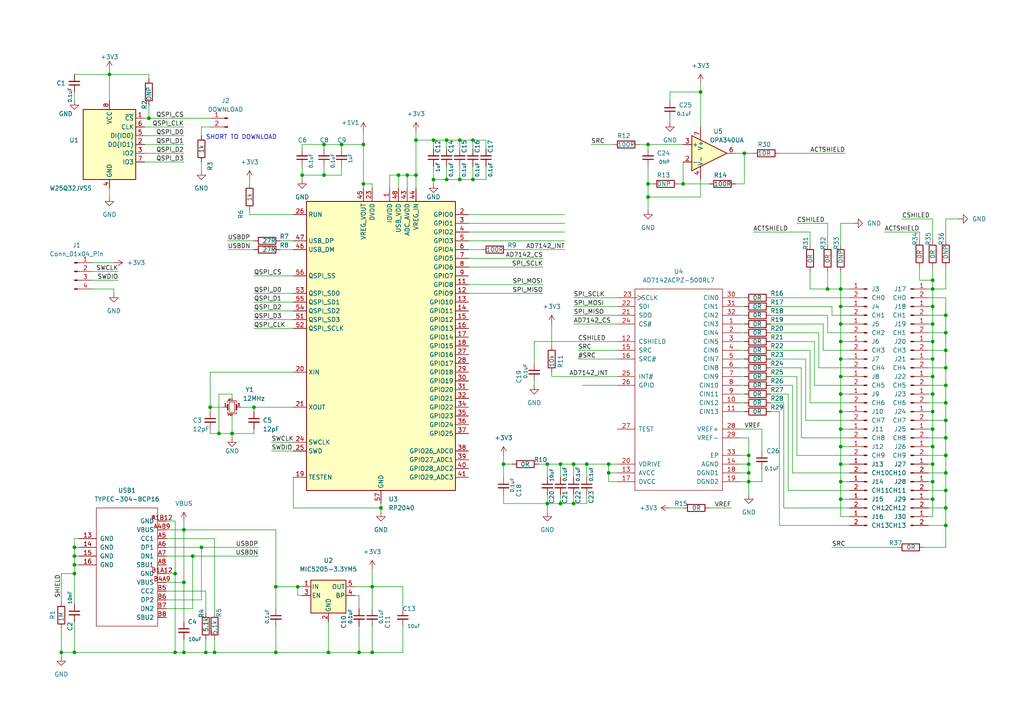
<source format=kicad_sch>
(kicad_sch (version 20230121) (generator eeschema)
  (paper "A4")
  (junction (at 274.32 127))
  (junction (at 270.51 124.46))
  (junction (at 31.75 21.59))
  (junction (at 87.63 50.8))
  (junction (at 243.84 129.54))
  (junction (at 274.32 106.68))
  (junction (at 270.51 81.28))
  (junction (at 217.17 139.7))
  (junction (at 21.59 161.29))
  (junction (at 125.73 52.07))
  (junction (at 270.51 93.98))
  (junction (at 270.51 129.54))
  (junction (at 137.16 52.07))
  (junction (at 120.65 50.8))
  (junction (at 270.51 134.62))
  (junction (at 162.56 146.05))
  (junction (at 176.53 134.62))
  (junction (at 17.78 189.23))
  (junction (at 137.16 40.64))
  (junction (at 80.01 189.23))
  (junction (at 53.34 153.67))
  (junction (at 105.41 53.34))
  (junction (at 243.84 124.46))
  (junction (at 274.32 96.52))
  (junction (at 217.17 132.08))
  (junction (at 170.18 134.62))
  (junction (at 270.51 114.3))
  (junction (at 243.84 88.9))
  (junction (at 243.84 99.06))
  (junction (at 274.32 147.32))
  (junction (at 187.96 53.34))
  (junction (at 53.34 168.91))
  (junction (at 93.98 41.91))
  (junction (at 240.03 83.82))
  (junction (at 43.18 34.29))
  (junction (at 21.59 163.83))
  (junction (at 133.35 52.07))
  (junction (at 215.9 44.45))
  (junction (at 60.96 118.11))
  (junction (at 99.06 41.91))
  (junction (at 50.8 189.23))
  (junction (at 115.57 50.8))
  (junction (at 187.96 57.15))
  (junction (at 198.12 53.34))
  (junction (at 86.36 170.18))
  (junction (at 110.49 147.32))
  (junction (at 274.32 152.4))
  (junction (at 217.17 137.16))
  (junction (at 63.5 125.73))
  (junction (at 50.8 166.37))
  (junction (at 107.95 170.18))
  (junction (at 158.75 146.05))
  (junction (at 243.84 83.82))
  (junction (at 270.51 88.9))
  (junction (at 270.51 119.38))
  (junction (at 274.32 142.24))
  (junction (at 243.84 119.38))
  (junction (at 217.17 134.62))
  (junction (at 243.84 139.7))
  (junction (at 243.84 109.22))
  (junction (at 129.54 40.64))
  (junction (at 105.41 41.91))
  (junction (at 146.05 134.62))
  (junction (at 270.51 83.82))
  (junction (at 133.35 40.64))
  (junction (at 55.88 161.29))
  (junction (at 176.53 137.16))
  (junction (at 274.32 101.6))
  (junction (at 59.69 189.23))
  (junction (at 21.59 158.75))
  (junction (at 21.59 189.23))
  (junction (at 187.96 41.91))
  (junction (at 270.51 109.22))
  (junction (at 73.66 118.11))
  (junction (at 270.51 144.78))
  (junction (at 107.95 189.23))
  (junction (at 243.84 144.78))
  (junction (at 243.84 134.62))
  (junction (at 129.54 52.07))
  (junction (at 274.32 91.44))
  (junction (at 67.31 125.73))
  (junction (at 95.25 189.23))
  (junction (at 203.2 26.67))
  (junction (at 243.84 114.3))
  (junction (at 274.32 121.92))
  (junction (at 243.84 104.14))
  (junction (at 162.56 134.62))
  (junction (at 270.51 99.06))
  (junction (at 125.73 40.64))
  (junction (at 53.34 189.23))
  (junction (at 158.75 134.62))
  (junction (at 120.65 40.64))
  (junction (at 243.84 93.98))
  (junction (at 274.32 116.84))
  (junction (at 274.32 137.16))
  (junction (at 270.51 104.14))
  (junction (at 118.11 50.8))
  (junction (at 21.59 166.37))
  (junction (at 166.37 146.05))
  (junction (at 62.23 189.23))
  (junction (at 166.37 134.62))
  (junction (at 274.32 111.76))
  (junction (at 80.01 170.18))
  (junction (at 58.42 158.75))
  (junction (at 274.32 132.08))
  (junction (at 270.51 139.7))
  (junction (at 93.98 50.8))
  (junction (at 104.14 189.23))
  (wire (pts (xy 223.52 93.98) (xy 238.76 93.98)))
  (wire (pts (xy 269.24 137.16) (xy 274.32 137.16)))
  (wire (pts (xy 59.69 171.45) (xy 59.69 177.8)))
  (wire (pts (xy 156.21 134.62) (xy 158.75 134.62)))
  (wire (pts (xy 223.52 116.84) (xy 227.33 116.84)))
  (wire (pts (xy 269.24 99.06) (xy 270.51 99.06)))
  (wire (pts (xy 168.91 111.76) (xy 179.07 111.76)))
  (wire (pts (xy 212.09 147.32) (xy 205.74 147.32)))
  (wire (pts (xy 66.04 69.85) (xy 73.66 69.85)))
  (wire (pts (xy 58.42 173.99) (xy 58.42 158.75)))
  (wire (pts (xy 240.03 78.74) (xy 240.03 83.82)))
  (wire (pts (xy 246.38 114.3) (xy 243.84 114.3)))
  (wire (pts (xy 78.74 128.27) (xy 85.09 128.27)))
  (wire (pts (xy 270.51 119.38) (xy 269.24 119.38)))
  (wire (pts (xy 167.64 104.14) (xy 179.07 104.14)))
  (wire (pts (xy 270.51 124.46) (xy 270.51 129.54)))
  (wire (pts (xy 73.66 118.11) (xy 69.85 118.11)))
  (wire (pts (xy 110.49 146.05) (xy 110.49 147.32)))
  (wire (pts (xy 104.14 176.53) (xy 104.14 172.72)))
  (wire (pts (xy 104.14 189.23) (xy 95.25 189.23)))
  (wire (pts (xy 269.24 104.14) (xy 270.51 104.14)))
  (wire (pts (xy 163.83 64.77) (xy 135.89 64.77)))
  (wire (pts (xy 87.63 50.8) (xy 93.98 50.8)))
  (wire (pts (xy 234.95 71.12) (xy 234.95 67.31)))
  (wire (pts (xy 137.16 40.64) (xy 133.35 40.64)))
  (wire (pts (xy 53.34 153.67) (xy 80.01 153.67)))
  (wire (pts (xy 243.84 88.9) (xy 243.84 83.82)))
  (wire (pts (xy 243.84 134.62) (xy 243.84 139.7)))
  (wire (pts (xy 269.24 147.32) (xy 274.32 147.32)))
  (wire (pts (xy 266.7 67.31) (xy 256.54 67.31)))
  (wire (pts (xy 102.87 170.18) (xy 107.95 170.18)))
  (wire (pts (xy 269.24 116.84) (xy 274.32 116.84)))
  (wire (pts (xy 62.23 185.42) (xy 62.23 189.23)))
  (wire (pts (xy 120.65 38.1) (xy 120.65 40.64)))
  (wire (pts (xy 266.7 69.85) (xy 266.7 67.31)))
  (wire (pts (xy 246.38 149.86) (xy 243.84 149.86)))
  (wire (pts (xy 63.5 125.73) (xy 67.31 125.73)))
  (wire (pts (xy 26.67 83.82) (xy 33.02 83.82)))
  (wire (pts (xy 99.06 50.8) (xy 93.98 50.8)))
  (wire (pts (xy 73.66 92.71) (xy 85.09 92.71)))
  (wire (pts (xy 129.54 52.07) (xy 125.73 52.07)))
  (wire (pts (xy 163.83 69.85) (xy 135.89 69.85)))
  (wire (pts (xy 53.34 41.91) (xy 41.91 41.91)))
  (wire (pts (xy 53.34 153.67) (xy 53.34 168.91)))
  (wire (pts (xy 162.56 146.05) (xy 158.75 146.05)))
  (wire (pts (xy 231.14 109.22) (xy 231.14 132.08)))
  (wire (pts (xy 17.78 182.245) (xy 17.78 189.23)))
  (wire (pts (xy 243.84 104.14) (xy 243.84 109.22)))
  (wire (pts (xy 228.6 142.24) (xy 246.38 142.24)))
  (wire (pts (xy 58.42 46.99) (xy 58.42 49.53)))
  (wire (pts (xy 59.69 185.42) (xy 59.69 189.23)))
  (wire (pts (xy 81.28 72.39) (xy 85.09 72.39)))
  (wire (pts (xy 198.12 53.34) (xy 205.74 53.34)))
  (wire (pts (xy 80.01 153.67) (xy 80.01 170.18)))
  (wire (pts (xy 270.51 149.86) (xy 269.24 149.86)))
  (wire (pts (xy 214.63 93.98) (xy 215.9 93.98)))
  (wire (pts (xy 223.52 86.36) (xy 246.38 86.36)))
  (wire (pts (xy 234.95 83.82) (xy 240.03 83.82)))
  (wire (pts (xy 50.8 189.23) (xy 53.34 189.23)))
  (wire (pts (xy 53.34 180.34) (xy 53.34 168.91)))
  (wire (pts (xy 17.78 166.37) (xy 21.59 166.37)))
  (wire (pts (xy 214.63 111.76) (xy 215.9 111.76)))
  (wire (pts (xy 166.37 88.9) (xy 179.07 88.9)))
  (wire (pts (xy 187.96 57.15) (xy 203.2 57.15)))
  (wire (pts (xy 53.34 44.45) (xy 41.91 44.45)))
  (wire (pts (xy 158.75 146.05) (xy 158.75 148.59)))
  (wire (pts (xy 158.75 134.62) (xy 162.56 134.62)))
  (wire (pts (xy 43.18 30.48) (xy 43.18 34.29)))
  (wire (pts (xy 274.32 83.82) (xy 270.51 83.82)))
  (wire (pts (xy 80.01 181.61) (xy 80.01 189.23)))
  (wire (pts (xy 21.59 26.67) (xy 21.59 29.21)))
  (wire (pts (xy 85.09 62.23) (xy 72.39 62.23)))
  (wire (pts (xy 163.83 72.39) (xy 147.32 72.39)))
  (wire (pts (xy 220.98 124.46) (xy 220.98 130.81)))
  (wire (pts (xy 246.38 99.06) (xy 243.84 99.06)))
  (wire (pts (xy 223.52 104.14) (xy 233.68 104.14)))
  (wire (pts (xy 129.54 48.26) (xy 129.54 52.07)))
  (wire (pts (xy 243.84 78.74) (xy 243.84 83.82)))
  (wire (pts (xy 270.51 88.9) (xy 270.51 83.82)))
  (wire (pts (xy 53.34 36.83) (xy 41.91 36.83)))
  (wire (pts (xy 105.41 38.1) (xy 105.41 41.91)))
  (wire (pts (xy 274.32 127) (xy 274.32 121.92)))
  (wire (pts (xy 55.88 161.29) (xy 55.88 176.53)))
  (wire (pts (xy 67.31 125.73) (xy 73.66 125.73)))
  (wire (pts (xy 203.2 52.07) (xy 203.2 57.15)))
  (wire (pts (xy 269.24 86.36) (xy 274.32 86.36)))
  (wire (pts (xy 270.51 134.62) (xy 270.51 139.7)))
  (wire (pts (xy 60.96 125.73) (xy 63.5 125.73)))
  (wire (pts (xy 270.51 99.06) (xy 270.51 93.98)))
  (wire (pts (xy 170.18 143.51) (xy 170.18 146.05)))
  (wire (pts (xy 243.84 71.12) (xy 243.84 64.77)))
  (wire (pts (xy 223.52 96.52) (xy 237.49 96.52)))
  (wire (pts (xy 270.51 144.78) (xy 269.24 144.78)))
  (wire (pts (xy 31.75 20.32) (xy 31.75 21.59)))
  (wire (pts (xy 232.41 106.68) (xy 232.41 127)))
  (wire (pts (xy 140.97 48.26) (xy 140.97 52.07)))
  (wire (pts (xy 269.24 121.92) (xy 274.32 121.92)))
  (wire (pts (xy 243.84 99.06) (xy 243.84 93.98)))
  (wire (pts (xy 241.3 91.44) (xy 246.38 91.44)))
  (wire (pts (xy 187.96 53.34) (xy 187.96 57.15)))
  (wire (pts (xy 125.73 52.07) (xy 125.73 53.34)))
  (wire (pts (xy 274.32 116.84) (xy 274.32 111.76)))
  (wire (pts (xy 270.51 129.54) (xy 270.51 134.62)))
  (wire (pts (xy 58.42 158.75) (xy 74.93 158.75)))
  (wire (pts (xy 232.41 127) (xy 246.38 127)))
  (wire (pts (xy 269.24 93.98) (xy 270.51 93.98)))
  (wire (pts (xy 246.38 93.98) (xy 243.84 93.98)))
  (wire (pts (xy 72.39 62.23) (xy 72.39 60.96)))
  (wire (pts (xy 107.95 53.34) (xy 105.41 53.34)))
  (wire (pts (xy 231.14 64.77) (xy 240.03 64.77)))
  (wire (pts (xy 22.86 158.75) (xy 21.59 158.75)))
  (wire (pts (xy 157.48 74.93) (xy 135.89 74.93)))
  (wire (pts (xy 26.67 81.28) (xy 34.29 81.28)))
  (wire (pts (xy 21.59 156.21) (xy 21.59 158.75)))
  (wire (pts (xy 162.56 134.62) (xy 162.56 138.43)))
  (wire (pts (xy 243.84 119.38) (xy 243.84 124.46)))
  (wire (pts (xy 194.31 29.21) (xy 194.31 26.67)))
  (wire (pts (xy 243.84 104.14) (xy 243.84 99.06)))
  (wire (pts (xy 99.06 48.26) (xy 99.06 50.8)))
  (wire (pts (xy 137.16 52.07) (xy 133.35 52.07)))
  (wire (pts (xy 116.84 181.61) (xy 116.84 189.23)))
  (wire (pts (xy 194.31 34.29) (xy 194.31 35.56)))
  (wire (pts (xy 66.04 72.39) (xy 73.66 72.39)))
  (wire (pts (xy 266.7 77.47) (xy 266.7 81.28)))
  (wire (pts (xy 80.01 170.18) (xy 86.36 170.18)))
  (wire (pts (xy 231.14 132.08) (xy 246.38 132.08)))
  (wire (pts (xy 227.33 116.84) (xy 227.33 147.32)))
  (wire (pts (xy 99.06 41.91) (xy 99.06 43.18)))
  (wire (pts (xy 270.51 77.47) (xy 270.51 81.28)))
  (wire (pts (xy 274.32 63.5) (xy 278.13 63.5)))
  (wire (pts (xy 120.65 50.8) (xy 120.65 54.61)))
  (wire (pts (xy 104.14 181.61) (xy 104.14 189.23)))
  (wire (pts (xy 274.32 142.24) (xy 274.32 137.16)))
  (wire (pts (xy 270.51 124.46) (xy 269.24 124.46)))
  (wire (pts (xy 73.66 124.46) (xy 73.66 125.73)))
  (wire (pts (xy 220.98 139.7) (xy 217.17 139.7)))
  (wire (pts (xy 269.24 142.24) (xy 274.32 142.24)))
  (wire (pts (xy 170.18 134.62) (xy 176.53 134.62)))
  (wire (pts (xy 241.3 88.9) (xy 241.3 91.44)))
  (wire (pts (xy 95.25 180.34) (xy 95.25 189.23)))
  (wire (pts (xy 133.35 48.26) (xy 133.35 52.07)))
  (wire (pts (xy 86.36 172.72) (xy 87.63 172.72)))
  (wire (pts (xy 22.86 156.21) (xy 21.59 156.21)))
  (wire (pts (xy 17.78 189.23) (xy 17.78 190.5)))
  (wire (pts (xy 113.03 54.61) (xy 113.03 50.8)))
  (wire (pts (xy 217.17 139.7) (xy 217.17 143.51)))
  (wire (pts (xy 243.84 134.62) (xy 243.84 129.54)))
  (wire (pts (xy 243.84 64.77) (xy 247.65 64.77)))
  (wire (pts (xy 162.56 143.51) (xy 162.56 146.05)))
  (wire (pts (xy 270.51 119.38) (xy 270.51 124.46)))
  (wire (pts (xy 237.49 96.52) (xy 237.49 106.68)))
  (wire (pts (xy 154.94 99.06) (xy 154.94 105.41)))
  (wire (pts (xy 214.63 101.6) (xy 215.9 101.6)))
  (wire (pts (xy 87.63 50.8) (xy 87.63 52.07)))
  (wire (pts (xy 194.31 26.67) (xy 203.2 26.67)))
  (wire (pts (xy 93.98 50.8) (xy 93.98 48.26)))
  (wire (pts (xy 125.73 40.64) (xy 125.73 43.18)))
  (wire (pts (xy 187.96 41.91) (xy 198.12 41.91)))
  (wire (pts (xy 171.45 41.91) (xy 177.8 41.91)))
  (wire (pts (xy 274.32 158.75) (xy 274.32 152.4)))
  (wire (pts (xy 107.95 170.18) (xy 116.84 170.18)))
  (wire (pts (xy 17.78 174.625) (xy 17.78 166.37)))
  (wire (pts (xy 107.95 54.61) (xy 107.95 53.34)))
  (wire (pts (xy 160.02 93.98) (xy 160.02 100.33)))
  (wire (pts (xy 226.06 152.4) (xy 246.38 152.4)))
  (wire (pts (xy 93.98 41.91) (xy 93.98 43.18)))
  (wire (pts (xy 63.5 114.3) (xy 63.5 125.73)))
  (wire (pts (xy 187.96 41.91) (xy 187.96 43.18)))
  (wire (pts (xy 269.24 96.52) (xy 274.32 96.52)))
  (wire (pts (xy 107.95 165.1) (xy 107.95 170.18)))
  (wire (pts (xy 158.75 146.05) (xy 158.75 143.51)))
  (wire (pts (xy 215.9 53.34) (xy 213.36 53.34)))
  (wire (pts (xy 217.17 132.08) (xy 217.17 134.62)))
  (wire (pts (xy 269.24 101.6) (xy 274.32 101.6)))
  (wire (pts (xy 53.34 39.37) (xy 41.91 39.37)))
  (wire (pts (xy 269.24 91.44) (xy 274.32 91.44)))
  (wire (pts (xy 43.18 34.29) (xy 60.96 34.29)))
  (wire (pts (xy 269.24 83.82) (xy 270.51 83.82)))
  (wire (pts (xy 87.63 41.91) (xy 93.98 41.91)))
  (wire (pts (xy 228.6 114.3) (xy 228.6 142.24)))
  (wire (pts (xy 240.03 64.77) (xy 240.03 71.12)))
  (wire (pts (xy 214.63 109.22) (xy 215.9 109.22)))
  (wire (pts (xy 146.05 134.62) (xy 146.05 132.08)))
  (wire (pts (xy 226.06 44.45) (xy 245.11 44.45)))
  (wire (pts (xy 270.51 139.7) (xy 270.51 144.78)))
  (wire (pts (xy 196.85 53.34) (xy 198.12 53.34)))
  (wire (pts (xy 187.96 53.34) (xy 189.23 53.34)))
  (wire (pts (xy 158.75 138.43) (xy 158.75 134.62)))
  (wire (pts (xy 274.32 101.6) (xy 274.32 96.52)))
  (wire (pts (xy 246.38 124.46) (xy 243.84 124.46)))
  (wire (pts (xy 240.03 91.44) (xy 240.03 96.52)))
  (wire (pts (xy 243.84 124.46) (xy 243.84 129.54)))
  (wire (pts (xy 229.87 111.76) (xy 229.87 137.16)))
  (wire (pts (xy 226.06 119.38) (xy 226.06 152.4)))
  (wire (pts (xy 187.96 57.15) (xy 187.96 60.96)))
  (wire (pts (xy 166.37 143.51) (xy 166.37 146.05)))
  (wire (pts (xy 67.31 114.3) (xy 67.31 115.57)))
  (wire (pts (xy 118.11 50.8) (xy 118.11 54.61)))
  (wire (pts (xy 214.63 124.46) (xy 220.98 124.46)))
  (wire (pts (xy 104.14 172.72) (xy 102.87 172.72)))
  (wire (pts (xy 160.02 107.95) (xy 160.02 109.22)))
  (wire (pts (xy 48.26 151.13) (xy 50.8 151.13)))
  (wire (pts (xy 246.38 119.38) (xy 243.84 119.38)))
  (wire (pts (xy 48.26 156.21) (xy 62.23 156.21)))
  (wire (pts (xy 223.52 119.38) (xy 226.06 119.38)))
  (wire (pts (xy 78.74 130.81) (xy 85.09 130.81)))
  (wire (pts (xy 62.23 189.23) (xy 80.01 189.23)))
  (wire (pts (xy 26.67 78.74) (xy 34.29 78.74)))
  (wire (pts (xy 48.26 153.67) (xy 53.34 153.67)))
  (wire (pts (xy 133.35 52.07) (xy 129.54 52.07)))
  (wire (pts (xy 116.84 189.23) (xy 107.95 189.23)))
  (wire (pts (xy 129.54 40.64) (xy 133.35 40.64)))
  (wire (pts (xy 33.02 83.82) (xy 33.02 85.09)))
  (wire (pts (xy 214.63 139.7) (xy 217.17 139.7)))
  (wire (pts (xy 269.24 132.08) (xy 274.32 132.08)))
  (wire (pts (xy 48.26 168.91) (xy 53.34 168.91)))
  (wire (pts (xy 220.98 135.89) (xy 220.98 139.7)))
  (wire (pts (xy 270.51 104.14) (xy 270.51 109.22)))
  (wire (pts (xy 115.57 50.8) (xy 115.57 54.61)))
  (wire (pts (xy 157.48 82.55) (xy 135.89 82.55)))
  (wire (pts (xy 215.9 44.45) (xy 215.9 53.34)))
  (wire (pts (xy 118.11 50.8) (xy 120.65 50.8)))
  (wire (pts (xy 166.37 86.36) (xy 179.07 86.36)))
  (wire (pts (xy 274.32 69.85) (xy 274.32 63.5)))
  (wire (pts (xy 238.76 93.98) (xy 238.76 101.6)))
  (wire (pts (xy 274.32 121.92) (xy 274.32 116.84)))
  (wire (pts (xy 246.38 88.9) (xy 243.84 88.9)))
  (wire (pts (xy 146.05 134.62) (xy 148.59 134.62)))
  (wire (pts (xy 73.66 80.01) (xy 85.09 80.01)))
  (wire (pts (xy 214.63 88.9) (xy 215.9 88.9)))
  (wire (pts (xy 261.62 63.5) (xy 270.51 63.5)))
  (wire (pts (xy 214.63 134.62) (xy 217.17 134.62)))
  (wire (pts (xy 246.38 104.14) (xy 243.84 104.14)))
  (wire (pts (xy 129.54 40.64) (xy 129.54 43.18)))
  (wire (pts (xy 269.24 111.76) (xy 274.32 111.76)))
  (wire (pts (xy 214.63 127) (xy 217.17 127)))
  (wire (pts (xy 140.97 52.07) (xy 137.16 52.07)))
  (wire (pts (xy 120.65 40.64) (xy 125.73 40.64)))
  (wire (pts (xy 214.63 99.06) (xy 215.9 99.06)))
  (wire (pts (xy 214.63 86.36) (xy 215.9 86.36)))
  (wire (pts (xy 48.26 171.45) (xy 59.69 171.45)))
  (wire (pts (xy 214.63 119.38) (xy 215.9 119.38)))
  (wire (pts (xy 140.97 40.64) (xy 137.16 40.64)))
  (wire (pts (xy 243.84 119.38) (xy 243.84 114.3)))
  (wire (pts (xy 234.95 116.84) (xy 246.38 116.84)))
  (wire (pts (xy 223.52 109.22) (xy 231.14 109.22)))
  (wire (pts (xy 166.37 134.62) (xy 166.37 138.43)))
  (wire (pts (xy 167.64 101.6) (xy 179.07 101.6)))
  (wire (pts (xy 270.51 134.62) (xy 269.24 134.62)))
  (wire (pts (xy 73.66 95.25) (xy 85.09 95.25)))
  (wire (pts (xy 227.33 147.32) (xy 246.38 147.32)))
  (wire (pts (xy 48.26 173.99) (xy 58.42 173.99)))
  (wire (pts (xy 116.84 170.18) (xy 116.84 176.53)))
  (wire (pts (xy 146.05 146.05) (xy 158.75 146.05)))
  (wire (pts (xy 21.59 166.37) (xy 21.59 175.26)))
  (wire (pts (xy 217.17 127) (xy 217.17 132.08)))
  (wire (pts (xy 107.95 181.61) (xy 107.95 189.23)))
  (wire (pts (xy 48.26 166.37) (xy 50.8 166.37)))
  (wire (pts (xy 157.48 85.09) (xy 135.89 85.09)))
  (wire (pts (xy 133.35 40.64) (xy 133.35 43.18)))
  (wire (pts (xy 176.53 139.7) (xy 176.53 137.16)))
  (wire (pts (xy 31.75 21.59) (xy 43.18 21.59)))
  (wire (pts (xy 214.63 91.44) (xy 215.9 91.44)))
  (wire (pts (xy 53.34 153.67) (xy 53.34 151.13)))
  (wire (pts (xy 236.22 111.76) (xy 246.38 111.76)))
  (wire (pts (xy 179.07 137.16) (xy 176.53 137.16)))
  (wire (pts (xy 269.24 152.4) (xy 274.32 152.4)))
  (wire (pts (xy 58.42 36.83) (xy 58.42 39.37)))
  (wire (pts (xy 237.49 106.68) (xy 246.38 106.68)))
  (wire (pts (xy 105.41 54.61) (xy 105.41 53.34)))
  (wire (pts (xy 270.51 129.54) (xy 269.24 129.54)))
  (wire (pts (xy 223.52 88.9) (xy 241.3 88.9)))
  (wire (pts (xy 270.51 81.28) (xy 270.51 83.82)))
  (wire (pts (xy 233.68 121.92) (xy 246.38 121.92)))
  (wire (pts (xy 137.16 40.64) (xy 137.16 43.18)))
  (wire (pts (xy 81.28 69.85) (xy 85.09 69.85)))
  (wire (pts (xy 86.36 170.18) (xy 87.63 170.18)))
  (wire (pts (xy 99.06 41.91) (xy 105.41 41.91)))
  (wire (pts (xy 214.63 96.52) (xy 215.9 96.52)))
  (wire (pts (xy 243.84 83.82) (xy 246.38 83.82)))
  (wire (pts (xy 240.03 96.52) (xy 246.38 96.52)))
  (wire (pts (xy 163.83 67.31) (xy 135.89 67.31)))
  (wire (pts (xy 187.96 48.26) (xy 187.96 53.34)))
  (wire (pts (xy 270.51 93.98) (xy 270.51 88.9)))
  (wire (pts (xy 266.7 81.28) (xy 270.51 81.28)))
  (wire (pts (xy 73.66 90.17) (xy 85.09 90.17)))
  (wire (pts (xy 243.84 88.9) (xy 243.84 93.98)))
  (wire (pts (xy 137.16 48.26) (xy 137.16 52.07)))
  (wire (pts (xy 203.2 24.13) (xy 203.2 26.67)))
  (wire (pts (xy 31.75 54.61) (xy 31.75 57.15)))
  (wire (pts (xy 229.87 137.16) (xy 246.38 137.16)))
  (wire (pts (xy 87.63 41.91) (xy 87.63 43.18)))
  (wire (pts (xy 73.66 85.09) (xy 85.09 85.09)))
  (wire (pts (xy 214.63 114.3) (xy 215.9 114.3)))
  (wire (pts (xy 53.34 189.23) (xy 59.69 189.23)))
  (wire (pts (xy 85.09 147.32) (xy 110.49 147.32)))
  (wire (pts (xy 21.59 158.75) (xy 21.59 161.29)))
  (wire (pts (xy 223.52 114.3) (xy 228.6 114.3)))
  (wire (pts (xy 218.44 67.31) (xy 234.95 67.31)))
  (wire (pts (xy 246.38 144.78) (xy 243.84 144.78)))
  (wire (pts (xy 270.51 114.3) (xy 270.51 119.38)))
  (wire (pts (xy 170.18 138.43) (xy 170.18 134.62)))
  (wire (pts (xy 270.51 139.7) (xy 269.24 139.7)))
  (wire (pts (xy 214.63 132.08) (xy 217.17 132.08)))
  (wire (pts (xy 26.67 76.2) (xy 33.02 76.2)))
  (wire (pts (xy 139.7 72.39) (xy 135.89 72.39)))
  (wire (pts (xy 223.52 111.76) (xy 229.87 111.76)))
  (wire (pts (xy 43.18 34.29) (xy 41.91 34.29)))
  (wire (pts (xy 93.98 41.91) (xy 99.06 41.91)))
  (wire (pts (xy 73.66 87.63) (xy 85.09 87.63)))
  (wire (pts (xy 214.63 104.14) (xy 215.9 104.14)))
  (wire (pts (xy 55.88 176.53) (xy 48.26 176.53)))
  (wire (pts (xy 166.37 134.62) (xy 170.18 134.62)))
  (wire (pts (xy 154.94 99.06) (xy 179.07 99.06)))
  (wire (pts (xy 86.36 170.18) (xy 86.36 172.72)))
  (wire (pts (xy 115.57 50.8) (xy 118.11 50.8)))
  (wire (pts (xy 274.32 77.47) (xy 274.32 83.82)))
  (wire (pts (xy 270.51 109.22) (xy 269.24 109.22)))
  (wire (pts (xy 154.94 110.49) (xy 154.94 111.76)))
  (wire (pts (xy 60.96 107.95) (xy 85.09 107.95)))
  (wire (pts (xy 80.01 189.23) (xy 95.25 189.23)))
  (wire (pts (xy 215.9 44.45) (xy 218.44 44.45)))
  (wire (pts (xy 50.8 151.13) (xy 50.8 166.37)))
  (wire (pts (xy 60.96 107.95) (xy 60.96 118.11)))
  (wire (pts (xy 270.51 144.78) (xy 270.51 149.86)))
  (wire (pts (xy 260.35 158.75) (xy 241.3 158.75)))
  (wire (pts (xy 223.52 99.06) (xy 236.22 99.06)))
  (wire (pts (xy 62.23 156.21) (xy 62.23 177.8)))
  (wire (pts (xy 60.96 118.11) (xy 60.96 119.38)))
  (wire (pts (xy 203.2 26.67) (xy 203.2 36.83)))
  (wire (pts (xy 274.32 106.68) (xy 274.32 101.6)))
  (wire (pts (xy 73.66 118.11) (xy 85.09 118.11)))
  (wire (pts (xy 274.32 152.4) (xy 274.32 147.32)))
  (wire (pts (xy 87.63 48.26) (xy 87.63 50.8)))
  (wire (pts (xy 72.39 52.07) (xy 72.39 53.34)))
  (wire (pts (xy 270.51 109.22) (xy 270.51 114.3)))
  (wire (pts (xy 21.59 163.83) (xy 22.86 163.83)))
  (wire (pts (xy 113.03 50.8) (xy 115.57 50.8)))
  (wire (pts (xy 274.32 91.44) (xy 274.32 86.36)))
  (wire (pts (xy 105.41 53.34) (xy 105.41 41.91)))
  (wire (pts (xy 274.32 158.75) (xy 267.97 158.75)))
  (wire (pts (xy 214.63 116.84) (xy 215.9 116.84)))
  (wire (pts (xy 67.31 120.65) (xy 67.31 125.73)))
  (wire (pts (xy 223.52 101.6) (xy 234.95 101.6)))
  (wire (pts (xy 21.59 21.59) (xy 31.75 21.59)))
  (wire (pts (xy 194.31 147.32) (xy 198.12 147.32)))
  (wire (pts (xy 166.37 146.05) (xy 162.56 146.05)))
  (wire (pts (xy 146.05 143.51) (xy 146.05 146.05)))
  (wire (pts (xy 48.26 161.29) (xy 55.88 161.29)))
  (wire (pts (xy 85.09 138.43) (xy 85.09 147.32)))
  (wire (pts (xy 62.23 189.23) (xy 59.69 189.23)))
  (wire (pts (xy 107.95 189.23) (xy 104.14 189.23)))
  (wire (pts (xy 176.53 134.62) (xy 179.07 134.62)))
  (wire (pts (xy 243.84 114.3) (xy 243.84 109.22)))
  (wire (pts (xy 240.03 83.82) (xy 243.84 83.82)))
  (wire (pts (xy 129.54 40.64) (xy 125.73 40.64)))
  (wire (pts (xy 50.8 166.37) (xy 50.8 189.23)))
  (wire (pts (xy 233.68 104.14) (xy 233.68 121.92)))
  (wire (pts (xy 246.38 109.22) (xy 243.84 109.22)))
  (wire (pts (xy 63.5 114.3) (xy 67.31 114.3)))
  (wire (pts (xy 269.24 88.9) (xy 270.51 88.9)))
  (wire (pts (xy 223.52 91.44) (xy 240.03 91.44)))
  (wire (pts (xy 48.26 158.75) (xy 58.42 158.75)))
  (wire (pts (xy 270.51 63.5) (xy 270.51 69.85)))
  (wire (pts (xy 166.37 93.98) (xy 179.07 93.98)))
  (wire (pts (xy 21.59 180.34) (xy 21.59 189.23)))
  (wire (pts (xy 234.95 101.6) (xy 234.95 116.84)))
  (wire (pts (xy 110.49 147.32) (xy 110.49 148.59)))
  (wire (pts (xy 246.38 139.7) (xy 243.84 139.7)))
  (wire (pts (xy 73.66 119.38) (xy 73.66 118.11)))
  (wire (pts (xy 176.53 134.62) (xy 176.53 137.16)))
  (wire (pts (xy 60.96 36.83) (xy 58.42 36.83)))
  (wire (pts (xy 125.73 48.26) (xy 125.73 52.07)))
  (wire (pts (xy 243.84 144.78) (xy 243.84 149.86)))
  (wire (pts (xy 236.22 99.06) (xy 236.22 111.76)))
  (wire (pts (xy 53.34 185.42) (xy 53.34 189.23)))
  (wire (pts (xy 31.75 21.59) (xy 31.75 29.21)))
  (wire (pts (xy 53.34 46.99) (xy 41.91 46.99)))
  (wire (pts (xy 238.76 101.6) (xy 246.38 101.6)))
  (wire (pts (xy 162.56 134.62) (xy 166.37 134.62)))
  (wire (pts (xy 274.32 137.16) (xy 274.32 132.08)))
  (wire (pts (xy 64.77 118.11) (xy 60.96 118.11)))
  (wire (pts (xy 107.95 176.53) (xy 107.95 170.18)))
  (wire (pts (xy 274.32 147.32) (xy 274.32 142.24)))
  (wire (pts (xy 55.88 161.29) (xy 74.93 161.29)))
  (wire (pts (xy 179.07 139.7) (xy 176.53 139.7)))
  (wire (pts (xy 269.24 106.68) (xy 274.32 106.68)))
  (wire (pts (xy 270.51 114.3) (xy 269.24 114.3)))
  (wire (pts (xy 223.52 106.68) (xy 232.41 106.68)))
  (wire (pts (xy 269.24 127) (xy 274.32 127)))
  (wire (pts (xy 246.38 134.62) (xy 243.84 134.62)))
  (wire (pts (xy 160.02 109.22) (xy 179.07 109.22)))
  (wire (pts (xy 21.59 161.29) (xy 21.59 163.83)))
  (wire (pts (xy 21.59 189.23) (xy 50.8 189.23)))
  (wire (pts (xy 22.86 161.29) (xy 21.59 161.29)))
  (wire (pts (xy 243.84 139.7) (xy 243.84 144.78)))
  (wire (pts (xy 17.78 189.23) (xy 21.59 189.23)))
  (wire (pts (xy 157.48 77.47) (xy 135.89 77.47)))
  (wire (pts (xy 21.59 166.37) (xy 21.59 163.83)))
  (wire (pts (xy 217.17 134.62) (xy 217.17 137.16)))
  (wire (pts (xy 170.18 146.05) (xy 166.37 146.05)))
  (wire (pts (xy 120.65 40.64) (xy 120.65 50.8)))
  (wire (pts (xy 185.42 41.91) (xy 187.96 41.91)))
  (wire (pts (xy 274.32 111.76) (xy 274.32 106.68)))
  (wire (pts (xy 43.18 21.59) (xy 43.18 22.86)))
  (wire (pts (xy 80.01 170.18) (xy 80.01 176.53)))
  (wire (pts (xy 67.31 125.73) (xy 67.31 127)))
  (wire (pts (xy 217.17 137.16) (xy 217.17 139.7)))
  (wire (pts (xy 166.37 91.44) (xy 179.07 91.44)))
  (wire (pts (xy 146.05 134.62) (xy 146.05 138.43)))
  (wire (pts (xy 214.63 137.16) (xy 217.17 137.16)))
  (wire (pts (xy 163.83 62.23) (xy 135.89 62.23)))
  (wire (pts (xy 213.36 44.45) (xy 215.9 44.45)))
  (wire (pts (xy 198.12 46.99) (xy 198.12 53.34)))
  (wire (pts (xy 274.32 132.08) (xy 274.32 127)))
  (wire (pts (xy 60.96 125.73) (xy 60.96 124.46)))
  (wire (pts (xy 274.32 96.52) (xy 274.32 91.44)))
  (wire (pts (xy 234.95 78.74) (xy 234.95 83.82)))
  (wire (pts (xy 270.51 99.06) (xy 270.51 104.14)))
  (wire (pts (xy 140.97 40.64) (xy 140.97 43.18)))
  (wire (pts (xy 246.38 129.54) (xy 243.84 129.54)))
  (wire (pts (xy 214.63 106.68) (xy 215.9 106.68)))
  (text "SHORT TO DOWNLOAD" (at 59.69 40.64 0) (effects (font (size 1.27 1.27)) (justify left bottom)))
  (label "USBDP" (at 74.93 158.75 180))
  (label "USBDN" (at 66.04 72.39 0))
  (label "QSPI_D2" (at 53.34 44.45 180))
  (label "SPI_MOSI" (at 166.37 88.9 0))
  (label "CSHILED" (at 231.14 64.77 0))
  (label "AD7142_CS" (at 166.37 93.98 0))
  (label "QSPI_D0" (at 53.34 39.37 180))
  (label "SWDIO" (at 78.74 130.81 0))
  (label "AD7142_CS" (at 157.48 74.93 180))
  (label "VREF" (at 215.9 124.46 0))
  (label "ACTSHIELD" (at 245.11 44.45 180))
  (label "CSHILED" (at 167.64 99.06 0))
  (label "#SRC" (at 167.64 104.14 0))
  (label "SHIELD" (at 17.78 173.355 90))
  (label "QSPI_D2" (at 73.66 90.17 0))
  (label "ACTSHIELD" (at 256.54 67.31 0))
  (label "ACTSHIELD" (at 218.44 67.31 0))
  (label "QSPI_D1" (at 73.66 87.63 0))
  (label "SPI_SCLK" (at 166.37 86.36 0))
  (label "VREF" (at 212.09 147.32 180))
  (label "QSPI_CS" (at 53.34 34.29 180))
  (label "SPI_MOSI" (at 157.48 82.55 180))
  (label "SRC" (at 167.64 101.6 0))
  (label "USBDN" (at 74.93 161.29 180))
  (label "QSPI_CLK" (at 53.34 36.83 180))
  (label "SPI_MISO" (at 157.48 85.09 180))
  (label "SWCLK" (at 34.29 78.74 180))
  (label "QSPI_D0" (at 73.66 85.09 0))
  (label "SPI_MISO" (at 166.37 91.44 0))
  (label "SWDIO" (at 34.29 81.28 180))
  (label "SRC" (at 241.3 158.75 0))
  (label "SRC" (at 171.45 41.91 0))
  (label "AD7142_INT" (at 165.1 109.22 0))
  (label "QSPI_D3" (at 73.66 92.71 0))
  (label "CSHILED" (at 261.62 63.5 0))
  (label "SPI_SCLK" (at 157.48 77.47 180))
  (label "AD7142_INT" (at 163.83 72.39 180))
  (label "USBDP" (at 66.04 69.85 0))
  (label "QSPI_D1" (at 53.34 41.91 180))
  (label "QSPI_D3" (at 53.34 46.99 180))
  (label "SWCLK" (at 78.74 128.27 0))
  (label "QSPI_CS" (at 73.66 80.01 0))
  (label "QSPI_CLK" (at 73.66 95.25 0))
  (symbol (lib_name "GND_4") (lib_id "power:GND") (at 21.59 29.21 0) (unit 1)
    (property "Reference" "#PWR01" (effects hide))
    (property "Value" "GND" (at 19.05 33.02 0))
  )
  (symbol (lib_name "+3V3_4") (lib_id "power:+3V3") (at 203.2 24.13 0) (unit 1)
    (property "Reference" "#PWR023" (effects hide))
    (property "Value" "+3V3" (at 203.2 19.05 0))
  )
  (symbol (lib_id "-Passive:C") (at 93.98 45.72 180) (unit 1)
    (property "Reference" "C8" (at 92.71 40.64 0) (effects (justify right)))
    (property "Value" "0.1uF" (at 96.52 44.45 90) (effects (font (size 1.016 1.016)) (justify left)))
    (property "Footprint" "Capacitor_SMD:C_0402_1005Metric_Pad0.74x0.62mm_HandSolder" (effects hide))
  )
  (symbol (lib_id "Connector:Conn_01x02_Pin") (at 251.46 109.22 0) (mirror y) (unit 1)
    (property "Reference" "J8" (at 252.73 109.22 0) (effects (justify right)))
    (property "Value" "CH5" (at 252.73 111.76 0) (effects (justify right)))
    (property "Footprint" "Connector_PinHeader_2.00mm:PinHeader_1x02_P2.00mm_Vertical" (effects hide))
  )
  (symbol (lib_id "Connector:Conn_01x02_Pin") (at 251.46 124.46 0) (mirror y) (unit 1)
    (property "Reference" "J11" (at 252.73 124.46 0) (effects (justify right)))
    (property "Value" "CH8" (at 252.73 127 0) (effects (justify right)))
    (property "Footprint" "Connector_PinHeader_2.00mm:PinHeader_1x02_P2.00mm_Vertical" (effects hide))
  )
  (symbol (lib_id "Device:R") (at 77.47 69.85 90) (unit 1)
    (property "Reference" "R7" (at 83.82 68.58 90) (effects (justify left)))
    (property "Value" "27R" (at 80.01 69.85 90) (effects (justify left)))
    (property "Footprint" "Resistor_SMD:R_0402_1005Metric_Pad0.72x0.64mm_HandSolder" (effects hide))
  )
  (symbol (lib_id "-Passive:C") (at 104.14 179.07 0) (unit 1)
    (property "Reference" "C10" (at 99.695 178.435 90) (effects (justify right)))
    (property "Value" "0.1uF" (at 101.6 180.975 90) (effects (font (size 1.016 1.016)) (justify left)))
    (property "Footprint" "Capacitor_SMD:C_0402_1005Metric_Pad0.74x0.62mm_HandSolder" (effects hide))
  )
  (symbol (lib_id "Device:R") (at 222.25 44.45 270) (unit 1)
    (property "Reference" "R30" (at 219.71 41.91 90) (effects (justify left)))
    (property "Value" "10R" (at 219.71 44.45 90) (effects (justify left)))
    (property "Footprint" "Resistor_SMD:R_0402_1005Metric_Pad0.72x0.64mm_HandSolder" (effects hide))
  )
  (symbol (lib_id "Connector:Conn_01x02_Pin") (at 264.16 134.62 0) (unit 1)
    (property "Reference" "J27" (at 262.89 134.62 0) (effects (justify right)))
    (property "Value" "CH10" (at 262.89 137.16 0) (effects (justify right)))
    (property "Footprint" "Connector_PinHeader_2.00mm:PinHeader_1x02_P2.00mm_Vertical" (effects hide))
  )
  (symbol (lib_id "Connector:Conn_01x02_Pin") (at 251.46 134.62 0) (mirror y) (unit 1)
    (property "Reference" "J13" (at 252.73 134.62 0) (effects (justify right)))
    (property "Value" "CH10" (at 252.73 137.16 0) (effects (justify right)))
    (property "Footprint" "Connector_PinHeader_2.00mm:PinHeader_1x02_P2.00mm_Vertical" (effects hide))
  )
  (symbol (lib_id "Device:R") (at 17.78 178.435 0) (unit 1)
    (property "Reference" "R1" (at 15.24 179.705 90) (effects (justify left)))
    (property "Value" "1M" (at 17.78 180.34 90) (effects (justify left)))
    (property "Footprint" "Resistor_SMD:R_0402_1005Metric_Pad0.72x0.64mm_HandSolder" (effects hide))
  )
  (symbol (lib_name "GND_11") (lib_id "power:GND") (at 154.94 111.76 0) (unit 1)
    (property "Reference" "#PWR018" (effects hide))
    (property "Value" "GND" (at 154.94 116.84 0))
  )
  (symbol (lib_id "Device:R") (at 201.93 147.32 270) (mirror x) (unit 1)
    (property "Reference" "R15" (at 195.58 146.05 90) (effects (justify left)))
    (property "Value" "0R" (at 200.66 147.32 90) (effects (justify left)))
    (property "Footprint" "Resistor_SMD:R_0402_1005Metric_Pad0.72x0.64mm_HandSolder" (effects hide))
  )
  (symbol (lib_id "MCU_RaspberryPi:RP2040") (at 110.49 100.33 0) (unit 1)
    (property "Reference" "U3" (at 112.6841 144.78 0) (effects (justify left)))
    (property "Value" "RP2040" (at 112.6841 147.32 0) (effects (justify left)))
    (property "Footprint" "Package_DFN_QFN:QFN-56-1EP_7x7mm_P0.4mm_EP3.2x3.2mm" (effects hide))
    (property "Datasheet" "https://datasheets.raspberrypi.com/rp2040/rp2040-datasheet.pdf" (effects hide))
  )
  (symbol (lib_id "-Passive:C") (at 21.59 177.8 0) (unit 1)
    (property "Reference" "C2" (at 20.32 180.34 90) (effects (justify right)))
    (property "Value" "10nF" (at 20.32 175.26 90) (effects (font (size 1.016 1.016)) (justify left)))
    (property "Footprint" "Capacitor_SMD:C_0402_1005Metric_Pad0.74x0.62mm_HandSolder" (effects hide))
  )
  (symbol (lib_id "Device:R") (at 143.51 72.39 90) (unit 1)
    (property "Reference" "R9" (at 149.86 71.12 90) (effects (justify left)))
    (property "Value" "100R" (at 146.05 72.39 90) (effects (justify left)))
    (property "Footprint" "Resistor_SMD:R_0402_1005Metric_Pad0.72x0.64mm_HandSolder" (effects hide))
  )
  (symbol (lib_name "+3V3_1") (lib_id "power:+3V3") (at 194.31 147.32 90) (mirror x) (unit 1)
    (property "Reference" "#PWR024" (effects hide))
    (property "Value" "+3V3" (at 185.42 147.32 90) (effects (justify right)))
  )
  (symbol (lib_name "GND_12") (lib_id "power:GND") (at 187.96 60.96 0) (unit 1)
    (property "Reference" "#PWR021" (effects hide))
    (property "Value" "GND" (at 187.96 66.04 0))
  )
  (symbol (lib_id "Connector:Conn_01x02_Pin") (at 251.46 149.86 0) (mirror y) (unit 1)
    (property "Reference" "J16" (at 252.73 149.86 0) (effects (justify right)))
    (property "Value" "CH13" (at 252.73 152.4 0) (effects (justify right)))
    (property "Footprint" "Connector_PinHeader_2.00mm:PinHeader_1x02_P2.00mm_Vertical" (effects hide))
  )
  (symbol (lib_id "-Passive:C") (at 162.56 140.97 0) (mirror y) (unit 1)
    (property "Reference" "C21" (at 163.83 142.24 90) (effects (justify right)))
    (property "Value" "0.1uF" (at 163.83 139.7 90) (effects (font (size 1.016 1.016)) (justify left)))
    (property "Footprint" "Capacitor_SMD:C_0402_1005Metric_Pad0.74x0.62mm_HandSolder" (effects hide))
  )
  (symbol (lib_id "Connector:Conn_01x02_Pin") (at 264.16 93.98 0) (unit 1)
    (property "Reference" "J19" (at 262.89 93.98 0) (effects (justify right)))
    (property "Value" "CH1" (at 262.89 96.52 0) (effects (justify right)))
    (property "Footprint" "Connector_PinHeader_2.00mm:PinHeader_1x02_P2.00mm_Vertical" (effects hide))
  )
  (symbol (lib_name "+3V3_5") (lib_id "power:+3V3") (at 120.65 38.1 0) (unit 1)
    (property "Reference" "#PWR015" (effects hide))
    (property "Value" "+3V3" (at 120.65 33.02 0))
  )
  (symbol (lib_id "Device:R") (at 264.16 158.75 270) (mirror x) (unit 1)
    (property "Reference" "R37" (at 257.81 157.48 90) (effects (justify left)))
    (property "Value" "0R" (at 262.89 158.75 90) (effects (justify left)))
    (property "Footprint" "Resistor_SMD:R_0402_1005Metric_Pad0.72x0.64mm_HandSolder" (effects hide))
  )
  (symbol (lib_id "Device:R") (at 58.42 43.18 0) (unit 1)
    (property "Reference" "R3" (at 60.96 49.53 90) (effects (justify left)))
    (property "Value" "1k" (at 58.42 44.45 90) (effects (justify left)))
    (property "Footprint" "Resistor_SMD:R_0402_1005Metric_Pad0.72x0.64mm_HandSolder" (effects hide))
  )
  (symbol (lib_id "Device:R") (at 274.32 73.66 180) (unit 1)
    (property "Reference" "R36" (at 273.05 67.31 90) (effects (justify left)))
    (property "Value" "DNP" (at 274.32 71.12 90) (effects (justify left)))
    (property "Footprint" "Resistor_SMD:R_0402_1005Metric_Pad0.72x0.64mm_HandSolder" (effects hide))
  )
  (symbol (lib_id "Connector:Conn_01x02_Pin") (at 264.16 124.46 0) (unit 1)
    (property "Reference" "J25" (at 262.89 124.46 0) (effects (justify right)))
    (property "Value" "CH8" (at 262.89 127 0) (effects (justify right)))
    (property "Footprint" "Connector_PinHeader_2.00mm:PinHeader_1x02_P2.00mm_Vertical" (effects hide))
  )
  (symbol (lib_name "+3V3_6") (lib_id "power:+3V3") (at 72.39 52.07 0) (unit 1)
    (property "Reference" "#PWR010" (effects hide))
    (property "Value" "+3V3" (at 72.39 46.99 0))
  )
  (symbol (lib_id "Device:R") (at 219.71 99.06 90) (mirror x) (unit 1)
    (property "Reference" "R21" (at 227.33 97.79 90) (effects (justify left)))
    (property "Value" "0R" (at 220.98 99.06 90) (effects (justify left)))
    (property "Footprint" "Resistor_SMD:R_0402_1005Metric_Pad0.72x0.64mm_HandSolder" (effects hide))
  )
  (symbol (lib_id "Regulator_Linear:MIC5205-3.3YM5") (at 95.25 172.72 0) (unit 1)
    (property "Reference" "U2" (at 95.25 162.56 0))
    (property "Value" "MIC5205-3.3YM5" (at 95.25 165.1 0))
    (property "Footprint" "Package_TO_SOT_SMD:SOT-23-5" (effects hide))
    (property "Datasheet" "http://ww1.microchip.com/downloads/en/DeviceDoc/20005785A.pdf" (effects hide))
  )
  (symbol (lib_id "-Passive:C") (at 116.84 179.07 0) (unit 1)
    (property "Reference" "C13" (at 120.65 176.53 0) (effects (justify right)))
    (property "Value" "10uF" (at 118.11 181.61 0) (effects (font (size 1.016 1.016)) (justify left)))
    (property "Footprint" "Capacitor_SMD:C_0402_1005Metric_Pad0.74x0.62mm_HandSolder" (effects hide))
  )
  (symbol (lib_id "Connector:Conn_01x02_Pin") (at 264.16 109.22 0) (unit 1)
    (property "Reference" "J22" (at 262.89 109.22 0) (effects (justify right)))
    (property "Value" "CH5" (at 262.89 111.76 0) (effects (justify right)))
    (property "Footprint" "Connector_PinHeader_2.00mm:PinHeader_1x02_P2.00mm_Vertical" (effects hide))
  )
  (symbol (lib_name "GND_8") (lib_id "power:GND") (at 87.63 52.07 0) (unit 1)
    (property "Reference" "#PWR011" (effects hide))
    (property "Value" "GND" (at 87.63 57.15 0))
  )
  (symbol (lib_id "Connector:Conn_01x02_Pin") (at 251.46 114.3 0) (mirror y) (unit 1)
    (property "Reference" "J9" (at 252.73 114.3 0) (effects (justify right)))
    (property "Value" "CH6" (at 252.73 116.84 0) (effects (justify right)))
    (property "Footprint" "Connector_PinHeader_2.00mm:PinHeader_1x02_P2.00mm_Vertical" (effects hide))
  )
  (symbol (lib_id "Device:R") (at 160.02 104.14 180) (unit 1)
    (property "Reference" "R11" (at 162.56 102.87 90) (effects (justify left)))
    (property "Value" "10k" (at 160.02 102.87 90) (effects (justify left)))
    (property "Footprint" "Resistor_SMD:R_0402_1005Metric_Pad0.72x0.64mm_HandSolder" (effects hide))
  )
  (symbol (lib_name "GND_9") (lib_id "power:GND") (at 110.49 148.59 0) (unit 1)
    (property "Reference" "#PWR013" (effects hide))
    (property "Value" "GND" (at 110.49 153.67 0))
  )
  (symbol (lib_id "-Passive:C") (at 53.34 182.88 0) (unit 1)
    (property "Reference" "C4" (at 57.15 180.34 0) (effects (justify right)))
    (property "Value" "10uF" (at 54.61 185.42 0) (effects (font (size 1.016 1.016)) (justify left)))
    (property "Footprint" "Capacitor_SMD:C_0402_1005Metric_Pad0.74x0.62mm_HandSolder" (effects hide))
  )
  (symbol (lib_id "Device:R") (at 219.71 91.44 90) (mirror x) (unit 1)
    (property "Reference" "R18" (at 227.33 90.17 90) (effects (justify left)))
    (property "Value" "0R" (at 220.98 91.44 90) (effects (justify left)))
    (property "Footprint" "Resistor_SMD:R_0402_1005Metric_Pad0.72x0.64mm_HandSolder" (effects hide))
  )
  (symbol (lib_name "GND_3") (lib_id "power:GND") (at 31.75 57.15 0) (unit 1)
    (property "Reference" "#PWR04" (effects hide))
    (property "Value" "GND" (at 31.75 62.23 0))
  )
  (symbol (lib_id "Connector:Conn_01x02_Pin") (at 264.16 99.06 0) (unit 1)
    (property "Reference" "J20" (at 262.89 99.06 0) (effects (justify right)))
    (property "Value" "CH3" (at 262.89 101.6 0) (effects (justify right)))
    (property "Footprint" "Connector_PinHeader_2.00mm:PinHeader_1x02_P2.00mm_Vertical" (effects hide))
  )
  (symbol (lib_name "+3V3_1") (lib_id "power:+3V3") (at 160.02 93.98 0) (unit 1)
    (property "Reference" "#PWR020" (effects hide))
    (property "Value" "+3V3" (at 160.02 88.9 0))
  )
  (symbol (lib_name "GND_5") (lib_id "power:GND") (at 58.42 49.53 0) (unit 1)
    (property "Reference" "#PWR07" (effects hide))
    (property "Value" "GND" (at 58.42 54.61 0))
  )
  (symbol (lib_id "Device:R") (at 219.71 116.84 90) (mirror x) (unit 1)
    (property "Reference" "R28" (at 227.33 115.57 90) (effects (justify left)))
    (property "Value" "0R" (at 220.98 116.84 90) (effects (justify left)))
    (property "Footprint" "Resistor_SMD:R_0402_1005Metric_Pad0.72x0.64mm_HandSolder" (effects hide))
  )
  (symbol (lib_id "-Passive:C") (at 158.75 140.97 0) (mirror y) (unit 1)
    (property "Reference" "C20" (at 160.02 142.24 90) (effects (justify right)))
    (property "Value" "10uF" (at 160.02 139.7 90) (effects (font (size 1.016 1.016)) (justify left)))
    (property "Footprint" "Capacitor_SMD:C_0402_1005Metric_Pad0.74x0.62mm_HandSolder" (effects hide))
  )
  (symbol (lib_id "Device:R") (at 209.55 53.34 270) (unit 1)
    (property "Reference" "R14" (at 207.01 50.8 90) (effects (justify left)))
    (property "Value" "100R" (at 207.01 53.34 90) (effects (justify left)))
    (property "Footprint" "Resistor_SMD:R_0402_1005Metric_Pad0.72x0.64mm_HandSolder" (effects hide))
  )
  (symbol (lib_id "-Passive:C") (at 99.06 45.72 180) (unit 1)
    (property "Reference" "C9" (at 97.79 40.64 0) (effects (justify right)))
    (property "Value" "1uF" (at 101.6 44.45 90) (effects (font (size 1.016 1.016)) (justify left)))
    (property "Footprint" "Capacitor_SMD:C_0402_1005Metric_Pad0.74x0.62mm_HandSolder" (effects hide))
  )
  (symbol (lib_id "power:+3V3") (at 107.95 165.1 0) (unit 1)
    (property "Reference" "#PWR014" (effects hide))
    (property "Value" "+3V3" (at 107.95 160.02 0))
  )
  (symbol (lib_id "Device:R") (at 181.61 41.91 90) (unit 1)
    (property "Reference" "R12" (at 182.88 39.37 90) (effects (justify left)))
    (property "Value" "100R" (at 184.15 41.91 90) (effects (justify left)))
    (property "Footprint" "Resistor_SMD:R_0402_1005Metric_Pad0.72x0.64mm_HandSolder" (effects hide))
  )
  (symbol (lib_name "GND_7") (lib_id "power:GND") (at 125.73 53.34 0) (unit 1)
    (property "Reference" "#PWR016" (effects hide))
    (property "Value" "GND" (at 125.73 57.15 0))
  )
  (symbol (lib_id "-Passive:C") (at 140.97 45.72 180) (unit 1)
    (property "Reference" "C17" (at 142.24 44.45 90) (effects (justify right)))
    (property "Value" "0.1uF" (at 142.24 46.99 90) (effects (font (size 1.016 1.016)) (justify left)))
    (property "Footprint" "Capacitor_SMD:C_0402_1005Metric_Pad0.74x0.62mm_HandSolder" (effects hide))
  )
  (symbol (lib_id "Device:R") (at 219.71 93.98 90) (mirror x) (unit 1)
    (property "Reference" "R19" (at 227.33 92.71 90) (effects (justify left)))
    (property "Value" "0R" (at 220.98 93.98 90) (effects (justify left)))
    (property "Footprint" "Resistor_SMD:R_0402_1005Metric_Pad0.72x0.64mm_HandSolder" (effects hide))
  )
  (symbol (lib_id "-Passive:C") (at 129.54 45.72 180) (unit 1)
    (property "Reference" "C14" (at 130.81 44.45 90) (effects (justify right)))
    (property "Value" "0.1uF" (at 130.81 46.99 90) (effects (font (size 1.016 1.016)) (justify left)))
    (property "Footprint" "Capacitor_SMD:C_0402_1005Metric_Pad0.74x0.62mm_HandSolder" (effects hide))
  )
  (symbol (lib_id "Device:R") (at 219.71 88.9 90) (mirror x) (unit 1)
    (property "Reference" "R17" (at 227.33 87.63 90) (effects (justify left)))
    (property "Value" "0R" (at 220.98 88.9 90) (effects (justify left)))
    (property "Footprint" "Resistor_SMD:R_0402_1005Metric_Pad0.72x0.64mm_HandSolder" (effects hide))
  )
  (symbol (lib_id "-Passive:C") (at 107.95 179.07 0) (mirror y) (unit 1)
    (property "Reference" "C11" (at 112.395 178.435 90) (effects (justify right)))
    (property "Value" "0.1uF" (at 110.49 180.975 90) (effects (font (size 1.016 1.016)) (justify left)))
    (property "Footprint" "Capacitor_SMD:C_0402_1005Metric_Pad0.74x0.62mm_HandSolder" (effects hide))
  )
  (symbol (lib_id "power:GND") (at 17.78 190.5 0) (unit 1)
    (property "Reference" "#PWR02" (effects hide))
    (property "Value" "GND" (at 17.78 195.58 0))
  )
  (symbol (lib_id "Connector:Conn_01x02_Pin") (at 251.46 144.78 0) (mirror y) (unit 1)
    (property "Reference" "J15" (at 252.73 144.78 0) (effects (justify right)))
    (property "Value" "CH12" (at 252.73 147.32 0) (effects (justify right)))
    (property "Footprint" "Connector_PinHeader_2.00mm:PinHeader_1x02_P2.00mm_Vertical" (effects hide))
  )
  (symbol (lib_id "Device:R") (at 43.18 26.67 0) (unit 1)
    (property "Reference" "R2" (at 41.91 31.75 90) (effects (justify left)))
    (property "Value" "DNP" (at 43.18 29.21 90) (effects (justify left)))
    (property "Footprint" "Resistor_SMD:R_0402_1005Metric_Pad0.72x0.64mm_HandSolder" (effects hide))
  )
  (symbol (lib_id "-Passive:C") (at 21.59 24.13 0) (mirror x) (unit 1)
    (property "Reference" "C1" (at 19.05 24.13 0) (effects (justify right)))
    (property "Value" "0.1uF" (at 20.32 25.4 90) (effects (font (size 1.016 1.016)) (justify left)))
    (property "Footprint" "Capacitor_SMD:C_0402_1005Metric_Pad0.74x0.62mm_HandSolder" (effects hide))
  )
  (symbol (lib_id "Connector:Conn_01x02_Pin") (at 264.16 144.78 0) (unit 1)
    (property "Reference" "J29" (at 262.89 144.78 0) (effects (justify right)))
    (property "Value" "CH12" (at 262.89 147.32 0) (effects (justify right)))
    (property "Footprint" "Connector_PinHeader_2.00mm:PinHeader_1x02_P2.00mm_Vertical" (effects hide))
  )
  (symbol (lib_id "Connector:Conn_01x02_Pin") (at 264.16 119.38 0) (unit 1)
    (property "Reference" "J24" (at 262.89 119.38 0) (effects (justify right)))
    (property "Value" "CH7" (at 262.89 121.92 0) (effects (justify right)))
    (property "Footprint" "Connector_PinHeader_2.00mm:PinHeader_1x02_P2.00mm_Vertical" (effects hide))
  )
  (symbol (lib_id "Connector:Conn_01x02_Pin") (at 264.16 114.3 0) (unit 1)
    (property "Reference" "J23" (at 262.89 114.3 0) (effects (justify right)))
    (property "Value" "CH6" (at 262.89 116.84 0) (effects (justify right)))
    (property "Footprint" "Connector_PinHeader_2.00mm:PinHeader_1x02_P2.00mm_Vertical" (effects hide))
  )
  (symbol (lib_id "-Passive:C") (at 187.96 45.72 180) (unit 1)
    (property "Reference" "C24" (at 190.5 44.45 0) (effects (justify right)))
    (property "Value" "DNP" (at 194.31 46.99 0) (effects (font (size 1.016 1.016)) (justify left)))
    (property "Footprint" "Capacitor_SMD:C_0402_1005Metric_Pad0.74x0.62mm_HandSolder" (effects hide))
  )
  (symbol (lib_id "Connector:Conn_01x02_Pin") (at 251.46 129.54 0) (mirror y) (unit 1)
    (property "Reference" "J12" (at 252.73 129.54 0) (effects (justify right)))
    (property "Value" "CH9" (at 252.73 132.08 0) (effects (justify right)))
    (property "Footprint" "Connector_PinHeader_2.00mm:PinHeader_1x02_P2.00mm_Vertical" (effects hide))
  )
  (symbol (lib_id "Device:R") (at 219.71 111.76 90) (mirror x) (unit 1)
    (property "Reference" "R26" (at 227.33 110.49 90) (effects (justify left)))
    (property "Value" "0R" (at 220.98 111.76 90) (effects (justify left)))
    (property "Footprint" "Resistor_SMD:R_0402_1005Metric_Pad0.72x0.64mm_HandSolder" (effects hide))
  )
  (symbol (lib_id "-Passive:C") (at 80.01 179.07 0) (unit 1)
    (property "Reference" "C7" (effects hide))
    (property "Value" "0.1uF" (at 77.47 180.975 90) (effects (font (size 1.016 1.016)) (justify left)))
    (property "Footprint" "Capacitor_SMD:C_0402_1005Metric_Pad0.74x0.62mm_HandSolder" (effects hide))
  )
  (symbol (lib_id "power:+1V1") (at 105.41 38.1 0) (unit 1)
    (property "Reference" "#PWR012" (effects hide))
    (property "Value" "+1V1" (at 101.6 35.56 0))
  )
  (symbol (lib_id "Device:R") (at 72.39 57.15 0) (mirror y) (unit 1)
    (property "Reference" "R6" (at 69.85 63.5 90) (effects (justify left)))
    (property "Value" "1k" (at 72.39 58.42 90) (effects (justify left)))
    (property "Footprint" "Resistor_SMD:R_0402_1005Metric_Pad0.72x0.64mm_HandSolder" (effects hide))
  )
  (symbol (lib_id "Device:Crystal_GND24_Small") (at 67.31 118.11 0) (unit 1)
    (property "Reference" "Y1" (at 72.39 113.03 0))
    (property "Value" "12MHz" (at 73.66 115.57 0))
    (property "Footprint" "Crystal:Crystal_SMD_SeikoEpson_FA238-4Pin_3.2x2.5mm" (effects hide))
  )
  (symbol (lib_name "GND_6") (lib_id "power:GND") (at 33.02 85.09 0) (unit 1)
    (property "Reference" "#PWR06" (effects hide))
    (property "Value" "GND" (at 33.02 90.17 0))
  )
  (symbol (lib_id "Device:R") (at 219.71 109.22 90) (mirror x) (unit 1)
    (property "Reference" "R25" (at 227.33 107.95 90) (effects (justify left)))
    (property "Value" "0R" (at 220.98 109.22 90) (effects (justify left)))
    (property "Footprint" "Resistor_SMD:R_0402_1005Metric_Pad0.72x0.64mm_HandSolder" (effects hide))
  )
  (symbol (lib_id "-Passive:C") (at 154.94 107.95 0) (unit 1)
    (property "Reference" "C19" (at 150.495 107.315 90) (effects (justify right)))
    (property "Value" "0.1uF" (at 152.4 109.855 90) (effects (font (size 1.016 1.016)) (justify left)))
    (property "Footprint" "Capacitor_SMD:C_0402_1005Metric_Pad0.74x0.62mm_HandSolder" (effects hide))
  )
  (symbol (lib_id "Device:R") (at 243.84 74.93 180) (unit 1)
    (property "Reference" "R33" (at 242.57 68.58 90) (effects (justify left)))
    (property "Value" "DNP" (at 243.84 72.39 90) (effects (justify left)))
    (property "Footprint" "Resistor_SMD:R_0402_1005Metric_Pad0.72x0.64mm_HandSolder" (effects hide))
  )
  (symbol (lib_id "Device:R") (at 77.47 72.39 90) (unit 1)
    (property "Reference" "R8" (at 83.82 71.12 90) (effects (justify left)))
    (property "Value" "27R" (at 80.01 72.39 90) (effects (justify left)))
    (property "Footprint" "Resistor_SMD:R_0402_1005Metric_Pad0.72x0.64mm_HandSolder" (effects hide))
  )
  (symbol (lib_id "Connector:Conn_01x02_Pin") (at 66.04 34.29 0) (mirror y) (unit 1)
    (property "Reference" "J2" (at 65.405 29.21 0))
    (property "Value" "DOWNLOAD" (at 65.405 31.75 0))
    (property "Footprint" "Connector_PinHeader_2.54mm:PinHeader_1x02_P2.54mm_Vertical" (effects hide))
  )
  (symbol (lib_id "Connector:Conn_01x02_Pin") (at 251.46 139.7 0) (mirror y) (unit 1)
    (property "Reference" "J14" (at 252.73 139.7 0) (effects (justify right)))
    (property "Value" "CH11" (at 252.73 142.24 0) (effects (justify right)))
    (property "Footprint" "Connector_PinHeader_2.00mm:PinHeader_1x02_P2.00mm_Vertical" (effects hide))
  )
  (symbol (lib_id "-Passive:C") (at 133.35 45.72 180) (unit 1)
    (property "Reference" "C15" (at 134.62 44.45 90) (effects (justify right)))
    (property "Value" "0.1uF" (at 134.62 46.99 90) (effects (font (size 1.016 1.016)) (justify left)))
    (property "Footprint" "Capacitor_SMD:C_0402_1005Metric_Pad0.74x0.62mm_HandSolder" (effects hide))
  )
  (symbol (lib_id "Connector:Conn_01x02_Pin") (at 264.16 83.82 0) (unit 1)
    (property "Reference" "J17" (at 262.89 83.82 0) (effects (justify right)))
    (property "Value" "CH0" (at 262.89 86.36 0) (effects (justify right)))
    (property "Footprint" "Connector_PinHeader_2.00mm:PinHeader_1x02_P2.00mm_Vertical" (effects hide))
  )
  (symbol (lib_name "GND_10") (lib_id "power:GND") (at 278.13 63.5 90) (unit 1)
    (property "Reference" "#PWR027" (effects hide))
    (property "Value" "GND" (at 281.94 63.5 90) (effects (justify right)))
  )
  (symbol (lib_name "+3V3_3") (lib_id "power:+3V3") (at 33.02 76.2 270) (unit 1)
    (property "Reference" "#PWR05" (effects hide))
    (property "Value" "+3V3" (at 36.83 76.2 90) (effects (justify left)))
  )
  (symbol (lib_id "Device:R") (at 219.71 86.36 90) (mirror x) (unit 1)
    (property "Reference" "R16" (at 227.33 85.09 90) (effects (justify left)))
    (property "Value" "0R" (at 220.98 86.36 90) (effects (justify left)))
    (property "Footprint" "Resistor_SMD:R_0402_1005Metric_Pad0.72x0.64mm_HandSolder" (effects hide))
  )
  (symbol (lib_name "+3V3_1") (lib_id "power:+3V3") (at 146.05 132.08 0) (unit 1)
    (property "Reference" "#PWR017" (effects hide))
    (property "Value" "+3V3" (at 146.05 127 0))
  )
  (symbol (lib_id "Device:R") (at 219.71 104.14 90) (mirror x) (unit 1)
    (property "Reference" "R23" (at 227.33 102.87 90) (effects (justify left)))
    (property "Value" "0R" (at 220.98 104.14 90) (effects (justify left)))
    (property "Footprint" "Resistor_SMD:R_0402_1005Metric_Pad0.72x0.64mm_HandSolder" (effects hide))
  )
  (symbol (lib_id "Amplifier_Operational:OPA340UA") (at 205.74 44.45 0) (unit 1)
    (property "Reference" "U5" (at 208.28 38.1 0))
    (property "Value" "OPA340UA" (at 210.82 40.64 0))
    (property "Footprint" "Package_SO:SOIC-8_3.9x4.9mm_P1.27mm" (effects hide))
    (property "Datasheet" "http://www.ti.com/lit/ds/symlink/opa340.pdf" (effects hide))
  )
  (symbol (lib_id "Device:R") (at 266.7 73.66 180) (unit 1)
    (property "Reference" "R34" (at 265.43 67.31 90) (effects (justify left)))
    (property "Value" "0R" (at 266.7 72.39 90) (effects (justify left)))
    (property "Footprint" "Resistor_SMD:R_0402_1005Metric_Pad0.72x0.64mm_HandSolder" (effects hide))
  )
  (symbol (lib_id "-Passive:C") (at 170.18 140.97 0) (mirror y) (unit 1)
    (property "Reference" "C23" (at 171.45 142.24 90) (effects (justify right)))
    (property "Value" "0.1uF" (at 171.45 139.7 90) (effects (font (size 1.016 1.016)) (justify left)))
    (property "Footprint" "Capacitor_SMD:C_0402_1005Metric_Pad0.74x0.62mm_HandSolder" (effects hide))
  )
  (symbol (lib_id "Device:R") (at 219.71 114.3 90) (mirror x) (unit 1)
    (property "Reference" "R27" (at 227.33 113.03 90) (effects (justify left)))
    (property "Value" "0R" (at 220.98 114.3 90) (effects (justify left)))
    (property "Footprint" "Resistor_SMD:R_0402_1005Metric_Pad0.72x0.64mm_HandSolder" (effects hide))
  )
  (symbol (lib_id "Connector:Conn_01x02_Pin") (at 251.46 99.06 0) (mirror y) (unit 1)
    (property "Reference" "J6" (at 252.73 99.06 0) (effects (justify right)))
    (property "Value" "CH3" (at 252.73 101.6 0) (effects (justify right)))
    (property "Footprint" "Connector_PinHeader_2.00mm:PinHeader_1x02_P2.00mm_Vertical" (effects hide))
  )
  (symbol (lib_id "Connector:Conn_01x02_Pin") (at 264.16 149.86 0) (unit 1)
    (property "Reference" "J30" (at 262.89 149.86 0) (effects (justify right)))
    (property "Value" "CH13" (at 262.89 152.4 0) (effects (justify right)))
    (property "Footprint" "Connector_PinHeader_2.00mm:PinHeader_1x02_P2.00mm_Vertical" (effects hide))
  )
  (symbol (lib_id "Connector:Conn_01x02_Pin") (at 264.16 129.54 0) (unit 1)
    (property "Reference" "J26" (at 262.89 129.54 0) (effects (justify right)))
    (property "Value" "CH9" (at 262.89 132.08 0) (effects (justify right)))
    (property "Footprint" "Connector_PinHeader_2.00mm:PinHeader_1x02_P2.00mm_Vertical" (effects hide))
  )
  (symbol (lib_id "Device:R") (at 234.95 74.93 180) (unit 1)
    (property "Reference" "R31" (at 233.68 68.58 90) (effects (justify left)))
    (property "Value" "0R" (at 234.95 73.66 90) (effects (justify left)))
    (property "Footprint" "Resistor_SMD:R_0402_1005Metric_Pad0.72x0.64mm_HandSolder" (effects hide))
  )
  (symbol (lib_id "Device:R") (at 219.71 96.52 90) (mirror x) (unit 1)
    (property "Reference" "R20" (at 227.33 95.25 90) (effects (justify left)))
    (property "Value" "0R" (at 220.98 96.52 90) (effects (justify left)))
    (property "Footprint" "Resistor_SMD:R_0402_1005Metric_Pad0.72x0.64mm_HandSolder" (effects hide))
  )
  (symbol (lib_id "-Passive:C") (at 137.16 45.72 180) (unit 1)
    (property "Reference" "C16" (at 138.43 44.45 90) (effects (justify right)))
    (property "Value" "0.1uF" (at 138.43 46.99 90) (effects (font (size 1.016 1.016)) (justify left)))
    (property "Footprint" "Capacitor_SMD:C_0402_1005Metric_Pad0.74x0.62mm_HandSolder" (effects hide))
  )
  (symbol (lib_id "Device:R") (at 193.04 53.34 270) (unit 1)
    (property "Reference" "R13" (at 190.5 50.8 90) (effects (justify left)))
    (property "Value" "DNP" (at 190.5 53.34 90) (effects (justify left)))
    (property "Footprint" "Resistor_SMD:R_0402_1005Metric_Pad0.72x0.64mm_HandSolder" (effects hide))
  )
  (symbol (lib_id "Device:R") (at 59.69 181.61 180) (unit 1)
    (property "Reference" "R4" (at 58.42 176.53 90) (effects (justify left)))
    (property "Value" "5.1k" (at 59.69 179.07 90) (effects (justify left)))
    (property "Footprint" "Resistor_SMD:R_0402_1005Metric_Pad0.72x0.64mm_HandSolder" (effects hide))
  )
  (symbol (lib_id "Device:R") (at 270.51 73.66 180) (unit 1)
    (property "Reference" "R35" (at 269.24 67.31 90) (effects (justify left)))
    (property "Value" "0R" (at 270.51 72.39 90) (effects (justify left)))
    (property "Footprint" "Resistor_SMD:R_0402_1005Metric_Pad0.72x0.64mm_HandSolder" (effects hide))
  )
  (symbol (lib_name "GND_1") (lib_id "power:GND") (at 158.75 148.59 0) (unit 1)
    (property "Reference" "#PWR019" (effects hide))
    (property "Value" "GND" (at 158.75 153.67 0))
  )
  (symbol (lib_id "Connector:Conn_01x02_Pin") (at 264.16 104.14 0) (unit 1)
    (property "Reference" "J21" (at 262.89 104.14 0) (effects (justify right)))
    (property "Value" "CH4" (at 262.89 106.68 0) (effects (justify right)))
    (property "Footprint" "Connector_PinHeader_2.00mm:PinHeader_1x02_P2.00mm_Vertical" (effects hide))
  )
  (symbol (lib_id "Device:C_Small") (at 60.96 121.92 0) (unit 1)
    (property "Reference" "C3" (at 55.88 121.92 0) (effects (justify left)))
    (property "Value" "12pF" (at 55.88 124.46 0) (effects (justify left)))
    (property "Footprint" "Capacitor_SMD:C_0402_1005Metric_Pad0.74x0.62mm_HandSolder" (effects hide))
  )
  (symbol (lib_id "devices:AD7142ACPZ-500RL7") (at 196.85 113.03 0) (unit 1)
    (property "Reference" "U4" (at 196.85 78.74 0))
    (property "Value" "AD7142ACPZ-500RL7" (at 196.85 81.28 0))
    (property "Footprint" "Package_CSP:LFCSP-32-1EP_5x5mm_P0.5mm_EP3.1x3.1mm" (effects hide))
    (property "Datasheet" "http://www.szlcsc.com/product/details_209227.html" (effects hide))
    (property "SuppliersPartNumber" "C208139" (effects hide))
    (property "uuid" "std:3f6937d481234c2aac2514a82c298813" (effects hide))
  )
  (symbol (lib_id "-Passive:C") (at 220.98 133.35 0) (mirror y) (unit 1)
    (property "Reference" "C26" (at 222.25 130.81 0) (effects (justify right)))
    (property "Value" "0.1uF" (at 226.06 135.89 0) (effects (font (size 1.016 1.016)) (justify left)))
    (property "Footprint" "Capacitor_SMD:C_0402_1005Metric_Pad0.74x0.62mm_HandSolder" (effects hide))
  )
  (symbol (lib_id "Device:R") (at 62.23 181.61 0) (unit 1)
    (property "Reference" "R5" (at 63.5 179.07 90) (effects (justify left)))
    (property "Value" "5.1k" (at 62.23 184.15 90) (effects (justify left)))
    (property "Footprint" "Resistor_SMD:R_0402_1005Metric_Pad0.72x0.64mm_HandSolder" (effects hide))
  )
  (symbol (lib_id "Connector:Conn_01x02_Pin") (at 264.16 88.9 0) (unit 1)
    (property "Reference" "J18" (at 262.89 88.9 0) (effects (justify right)))
    (property "Value" "CH1" (at 262.89 91.44 0) (effects (justify right)))
    (property "Footprint" "Connector_PinHeader_2.00mm:PinHeader_1x02_P2.00mm_Vertical" (effects hide))
  )
  (symbol (lib_id "Device:C_Small") (at 73.66 121.92 0) (unit 1)
    (property "Reference" "C5" (at 76.2 121.92 0) (effects (justify left)))
    (property "Value" "12pF" (at 76.2 124.46 0) (effects (justify left)))
    (property "Footprint" "Capacitor_SMD:C_0402_1005Metric_Pad0.74x0.62mm_HandSolder" (effects hide))
  )
  (symbol (lib_id "power:VBUS") (at 53.34 151.13 0) (unit 1)
    (property "Reference" "#PWR08" (effects hide))
    (property "Value" "VBUS" (at 53.34 146.05 0))
  )
  (symbol (lib_name "GND_13") (lib_id "power:GND") (at 194.31 35.56 0) (unit 1)
    (property "Reference" "#PWR022" (effects hide))
    (property "Value" "GND" (at 194.31 40.64 0))
  )
  (symbol (lib_id "-Passive:C") (at 125.73 45.72 180) (unit 1)
    (property "Reference" "C12" (at 127 44.45 90) (effects (justify right)))
    (property "Value" "1uF" (at 127 46.99 90) (effects (font (size 1.016 1.016)) (justify left)))
    (property "Footprint" "Capacitor_SMD:C_0402_1005Metric_Pad0.74x0.62mm_HandSolder" (effects hide))
  )
  (symbol (lib_id "-Passive:C") (at 166.37 140.97 0) (mirror y) (unit 1)
    (property "Reference" "C22" (at 167.64 142.24 90) (effects (justify right)))
    (property "Value" "0.1uF" (at 167.64 139.7 90) (effects (font (size 1.016 1.016)) (justify left)))
    (property "Footprint" "Capacitor_SMD:C_0402_1005Metric_Pad0.74x0.62mm_HandSolder" (effects hide))
  )
  (symbol (lib_name "+3V3_2") (lib_id "power:+3V3") (at 31.75 20.32 0) (unit 1)
    (property "Reference" "#PWR03" (effects hide))
    (property "Value" "+3V3" (at 31.75 16.51 0))
  )
  (symbol (lib_name "GND_2") (lib_id "power:GND") (at 217.17 143.51 0) (unit 1)
    (property "Reference" "#PWR025" (effects hide))
    (property "Value" "GND" (at 217.17 148.59 0))
  )
  (symbol (lib_id "Connector:Conn_01x02_Pin") (at 264.16 139.7 0) (unit 1)
    (property "Reference" "J28" (at 262.89 139.7 0) (effects (justify right)))
    (property "Value" "CH11" (at 262.89 142.24 0) (effects (justify right)))
    (property "Footprint" "Connector_PinHeader_2.00mm:PinHeader_1x02_P2.00mm_Vertical" (effects hide))
  )
  (symbol (lib_id "-Passive:C") (at 87.63 45.72 180) (unit 1)
    (property "Reference" "C6" (at 86.36 40.64 0) (effects (justify right)))
    (property "Value" "0.1uF" (at 90.17 44.45 90) (effects (font (size 1.016 1.016)) (justify left)))
    (property "Footprint" "Capacitor_SMD:C_0402_1005Metric_Pad0.74x0.62mm_HandSolder" (effects hide))
  )
  (symbol (lib_id "Connector:Conn_01x02_Pin") (at 251.46 119.38 0) (mirror y) (unit 1)
    (property "Reference" "J10" (at 252.73 119.38 0) (effects (justify right)))
    (property "Value" "CH7" (at 252.73 121.92 0) (effects (justify right)))
    (property "Footprint" "Connector_PinHeader_2.00mm:PinHeader_1x02_P2.00mm_Vertical" (effects hide))
  )
  (symbol (lib_id "power:GND") (at 67.31 127 0) (unit 1)
    (property "Reference" "#PWR09" (effects hide))
    (property "Value" "GND" (at 67.31 130.81 0))
  )
  (symbol (lib_id "Connector:Conn_01x02_Pin") (at 251.46 93.98 0) (mirror y) (unit 1)
    (property "Reference" "J5" (at 252.73 93.98 0) (effects (justify right)))
    (property "Value" "CH2" (at 252.73 96.52 0) (effects (justify right)))
    (property "Footprint" "Connector_PinHeader_2.00mm:PinHeader_1x02_P2.00mm_Vertical" (effects hide))
  )
  (symbol (lib_id "Device:R") (at 240.03 74.93 180) (unit 1)
    (property "Reference" "R32" (at 238.76 68.58 90) (effects (justify left)))
    (property "Value" "0R" (at 240.03 73.66 90) (effects (justify left)))
    (property "Footprint" "Resistor_SMD:R_0402_1005Metric_Pad0.72x0.64mm_HandSolder" (effects hide))
  )
  (symbol (lib_id "Memory_Flash:W25Q32JVSS") (at 31.75 41.91 0) (mirror y) (unit 1)
    (property "Reference" "U1" (at 22.86 40.64 0) (effects (justify left)))
    (property "Value" "W25Q32JVSS" (at 26.67 54.61 0) (effects (justify left)))
    (property "Footprint" "Package_SO:SOIC-8_5.23x5.23mm_P1.27mm" (effects hide))
    (property "Datasheet" "http://www.winbond.com/resource-files/w25q32jv%20revg%2003272018%20plus.pdf" (effects hide))
  )
  (symbol (lib_id "Connector:Conn_01x02_Pin") (at 251.46 88.9 0) (mirror y) (unit 1)
    (property "Reference" "J4" (at 252.73 88.9 0) (effects (justify right)))
    (property "Value" "CH1" (at 252.73 91.44 0) (effects (justify right)))
    (property "Footprint" "Connector_PinHeader_2.00mm:PinHeader_1x02_P2.00mm_Vertical" (effects hide))
  )
  (symbol (lib_id "Device:R") (at 219.71 119.38 90) (mirror x) (unit 1)
    (property "Reference" "R29" (at 227.33 118.11 90) (effects (justify left)))
    (property "Value" "0R" (at 220.98 119.38 90) (effects (justify left)))
    (property "Footprint" "Resistor_SMD:R_0402_1005Metric_Pad0.72x0.64mm_HandSolder" (effects hide))
  )
  (symbol (lib_id "Device:R") (at 219.71 101.6 90) (mirror x) (unit 1)
    (property "Reference" "R22" (at 227.33 100.33 90) (effects (justify left)))
    (property "Value" "0R" (at 220.98 101.6 90) (effects (justify left)))
    (property "Footprint" "Resistor_SMD:R_0402_1005Metric_Pad0.72x0.64mm_HandSolder" (effects hide))
  )
  (symbol (lib_id "Device:R") (at 219.71 106.68 90) (mirror x) (unit 1)
    (property "Reference" "R24" (at 227.33 105.41 90) (effects (justify left)))
    (property "Value" "0R" (at 220.98 106.68 90) (effects (justify left)))
    (property "Footprint" "Resistor_SMD:R_0402_1005Metric_Pad0.72x0.64mm_HandSolder" (effects hide))
  )
  (symbol (lib_id "Connector:Conn_01x02_Pin") (at 251.46 104.14 0) (mirror y) (unit 1)
    (property "Reference" "J7" (at 252.73 104.14 0) (effects (justify right)))
    (property "Value" "CH4" (at 252.73 106.68 0) (effects (justify right)))
    (property "Footprint" "Connector_PinHeader_2.00mm:PinHeader_1x02_P2.00mm_Vertical" (effects hide))
  )
  (symbol (lib_id "Connector:Conn_01x04_Pin") (at 21.59 78.74 0) (unit 1)
    (property "Reference" "J1" (at 22.225 71.12 0))
    (property "Value" "Conn_01x04_Pin" (at 22.225 73.66 0))
    (property "Footprint" "Connector_PinHeader_2.54mm:PinHeader_1x04_P2.54mm_Vertical" (effects hide))
  )
  (symbol (lib_name "GND_10") (lib_id "power:GND") (at 247.65 64.77 90) (unit 1)
    (property "Reference" "#PWR026" (effects hide))
    (property "Value" "GND" (at 251.46 64.77 90) (effects (justify right)))
  )
  (symbol (lib_id "-Passive:C") (at 194.31 31.75 180) (unit 1)
    (property "Reference" "C25" (at 196.85 30.48 0) (effects (justify right)))
    (property "Value" "0.1uF" (at 200.66 33.02 0) (effects (font (size 1.016 1.016)) (justify left)))
    (property "Footprint" "Capacitor_SMD:C_0402_1005Metric_Pad0.74x0.62mm_HandSolder" (effects hide))
  )
  (symbol (lib_id "Connector:Conn_01x02_Pin") (at 251.46 83.82 0) (mirror y) (unit 1)
    (property "Reference" "J3" (at 252.73 83.82 0) (effects (justify right)))
    (property "Value" "CH0" (at 252.73 86.36 0) (effects (justify right)))
    (property "Footprint" "Connector_PinHeader_2.00mm:PinHeader_1x02_P2.00mm_Vertical" (effects hide))
  )
  (symbol (lib_id "-Passive:C") (at 146.05 140.97 0) (mirror y) (unit 1)
    (property "Reference" "C18" (at 150.495 140.335 90) (effects (justify right)))
    (property "Value" "0.1uF" (at 148.59 142.875 90) (effects (font (size 1.016 1.016)) (justify left)))
    (property "Footprint" "Capacitor_SMD:C_0402_1005Metric_Pad0.74x0.62mm_HandSolder" (effects hide))
  )
  (symbol (lib_id "connectors:TYPEC-304-BCP16") (at 35.56 163.83 0) (mirror y) (unit 1)
    (property "Reference" "USB1" (at 36.83 142.24 0))
    (property "Value" "TYPEC-304-BCP16" (at 36.83 144.78 0))
    (property "Footprint" "connectors:USB-C-SMD_TYPEC-304-BCP16" (effects hide))
    (property "Datasheet" "https://atta.szlcsc.com/upload/public/pdf/source/20211022/DACD6552F639E9483017DE6DC0E61150.pdf" (effects hide))
    (property "SuppliersPartNumber" "C720629" (effects hide))
    (property "uuid" "pro:ba98b2907d344c81bf4f7645238e2512" (effects hide))
  )
  (symbol (lib_id "Device:R") (at 152.4 134.62 90) (unit 1)
    (property "Reference" "R10" (at 158.75 133.35 90) (effects (justify left)))
    (property "Value" "0R" (at 153.67 134.62 90) (effects (justify left)))
    (property "Footprint" "Resistor_SMD:R_0402_1005Metric_Pad0.72x0.64mm_HandSolder" (effects hide))
  )
)
</source>
